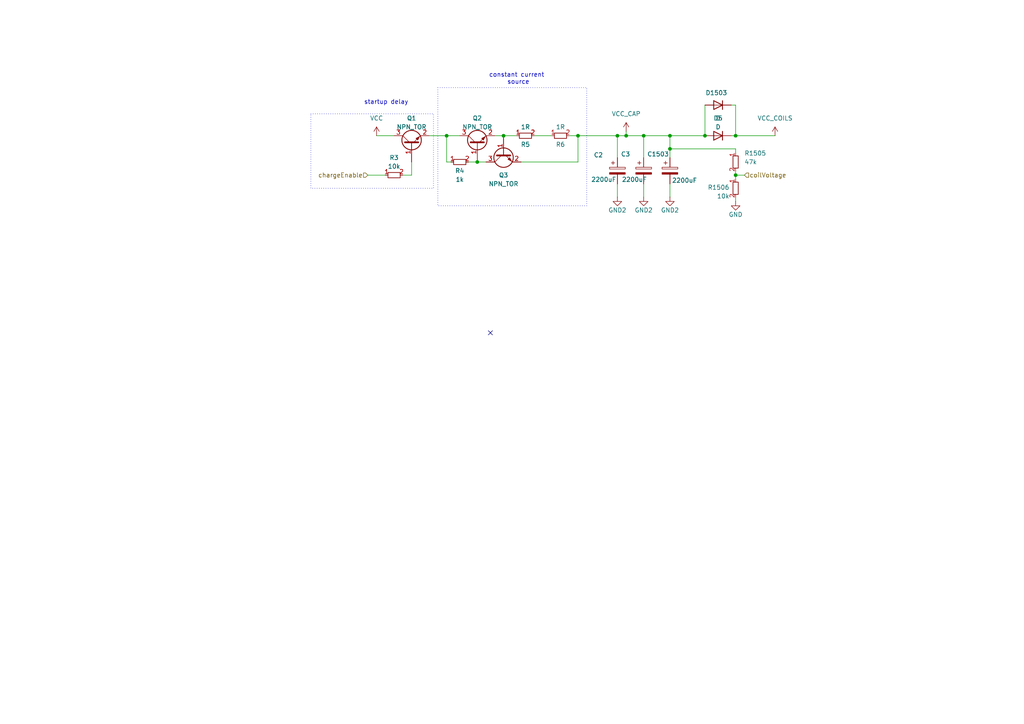
<source format=kicad_sch>
(kicad_sch (version 20231120) (generator "eeschema") (generator_version "8.0")
  (paper "A4")
  (lib_symbols
    (symbol "Device:C_Polarized" (pin_numbers hide) (pin_names (offset 0.254))
      (property "Reference" "C" (at 0.635 2.54 0))
      (property "Value" "C_Polarized" (at 0.635 -2.54 0))
      (symbol "C_Polarized_0_1"
        (rectangle (start -2.286 0.508) (end 2.286 1.016))
        (polyline (pts (xy -1.778 2.286) (xy -0.762 2.286)))
        (polyline (pts (xy -1.27 2.794) (xy -1.27 1.778)))
        (rectangle (start 2.286 -0.508) (end -2.286 -1.016) (fill (type outline)))
      )
      (symbol "C_Polarized_1_1"
        (pin passive line (at 0 3.81 270) (length 2.794) (name "~") (number "1"))
        (pin passive line (at 0 -3.81 90) (length 2.794) (name "~") (number "2"))
      )
    )
    (symbol "custom_kicad_lib_sk:NPN_TOR" (pin_names (offset 0) hide)
      (property "Reference" "Q" (at 5.08 1.905 0))
      (property "Value" "NPN_TOR" (at 5.08 0 0))
      (symbol "NPN_TOR_0_1"
        (polyline (pts (xy 0.635 0.635) (xy 2.54 2.54)))
        (polyline (pts (xy 0.635 -0.635) (xy 2.54 -2.54) (xy 2.54 -2.54)))
        (polyline (pts (xy 0.635 1.905) (xy 0.635 -1.905) (xy 0.635 -1.905)) (stroke (width 0.508)))
        (polyline (pts (xy 1.27 -1.778) (xy 1.778 -1.27) (xy 2.286 -2.286) (xy 1.27 -1.778) (xy 1.27 -1.778)) (fill (type outline)))
        (circle (center 1.27 0) (radius 2.8194) (stroke (width 0.254)))
      )
      (symbol "NPN_TOR_1_1"
        (pin input line (at -5.08 0 0) (length 5.715) (name "B") (number "1"))
        (pin passive line (at 2.54 -5.08 90) (length 2.54) (name "E") (number "2"))
        (pin passive line (at 2.54 5.08 270) (length 2.54) (name "C") (number "3"))
      )
    )
    (symbol "custom_kicad_lib_sk:SS54" (pin_numbers hide) (pin_names (offset 1.016) hide)
      (property "Reference" "D" (at 0 2.54 0))
      (property "Value" "D" (at 0 -1.27 0))
      (symbol "SS54_0_1"
        (polyline (pts (xy -1.27 2.54) (xy -1.27 0)) (stroke (width 0.254)))
        (polyline (pts (xy 1.27 1.27) (xy -1.27 1.27)))
        (polyline (pts (xy 1.27 2.54) (xy 1.27 0) (xy -1.27 1.27) (xy 1.27 2.54)) (stroke (width 0.254)))
      )
      (symbol "SS54_1_1"
        (pin passive line (at -3.81 1.27 0) (length 2.54) (name "K") (number "1"))
        (pin passive line (at 3.81 1.27 180) (length 2.54) (name "A") (number "2"))
      )
    )
    (symbol "power:GND" (power) (pin_numbers hide) (pin_names (offset 0) hide)
      (property "Value" "GND" (at 0 -3.81 0))
      (symbol "GND_0_1"
        (polyline (pts (xy 0 0) (xy 0 -1.27) (xy 1.27 -1.27) (xy 0 -2.54) (xy -1.27 -1.27) (xy 0 -1.27)))
      )
      (symbol "GND_1_1"
        (pin power_in line (at 0 0 270) (length 0) (name "~") (number "1"))
      )
    )
    (symbol "power:VCC" (power) (pin_numbers hide) (pin_names (offset 0) hide)
      (property "Value" "VCC" (at 0 3.556 0))
      (symbol "VCC_0_1"
        (polyline (pts (xy -0.762 1.27) (xy 0 2.54)))
        (polyline (pts (xy 0 0) (xy 0 2.54)))
        (polyline (pts (xy 0 2.54) (xy 0.762 1.27)))
      )
      (symbol "VCC_1_1"
        (pin power_in line (at 0 0 90) (length 0) (name "~") (number "1"))
      )
    )
    (symbol "resistors_0603:R_10k_0603"
      (property "Reference" "R" (at 1.27 2.54 0))
      (property "Value" "10k" (at 2.54 -2.54 0))
      (symbol "R_10k_0603_0_1"
        (rectangle (start -0.762 1.778) (end 0.762 -1.778) (stroke (width 0.2032)))
      )
      (symbol "R_10k_0603_1_1"
        (pin passive line (at 0 2.54 270) (length 0.762) (name "~") (number "1"))
        (pin passive line (at 0 -2.54 90) (length 0.762) (name "~") (number "2"))
      )
    )
    (symbol "resistors_0603:R_47k_0603"
      (property "Reference" "R" (at 1.27 2.54 0))
      (property "Value" "47k" (at 2.54 -2.54 0))
      (symbol "R_47k_0603_0_1"
        (rectangle (start -0.762 1.778) (end 0.762 -1.778) (stroke (width 0.2032)))
      )
      (symbol "R_47k_0603_1_1"
        (pin passive line (at 0 2.54 270) (length 0.762) (name "~") (number "1"))
        (pin passive line (at 0 -2.54 90) (length 0.762) (name "~") (number "2"))
      )
    )
    (symbol "resistors_0805:R_10k_0805"
      (property "Reference" "R" (at 1.27 2.54 0))
      (property "Value" "10k" (at 2.54 -2.54 0))
      (symbol "R_10k_0805_0_1"
        (rectangle (start -0.762 1.778) (end 0.762 -1.778) (stroke (width 0.2032)))
      )
      (symbol "R_10k_0805_1_1"
        (pin passive line (at 0 2.54 270) (length 0.762) (name "~") (number "1"))
        (pin passive line (at 0 -2.54 90) (length 0.762) (name "~") (number "2"))
      )
    )
    (symbol "resistors_0805:R_1k_0805"
      (property "Reference" "R" (at 1.27 2.54 0))
      (property "Value" "1k" (at 2.54 -2.54 0))
      (symbol "R_1k_0805_0_1"
        (rectangle (start -0.762 1.778) (end 0.762 -1.778) (stroke (width 0.2032)))
      )
      (symbol "R_1k_0805_1_1"
        (pin passive line (at 0 2.54 270) (length 0.762) (name "~") (number "1"))
        (pin passive line (at 0 -2.54 90) (length 0.762) (name "~") (number "2"))
      )
    )
  )
  (junction (at 181.61 39.37))
  (junction (at 194.31 39.37))
  (junction (at 213.36 50.8))
  (junction (at 213.36 39.37))
  (junction (at 179.07 39.37))
  (junction (at 129.54 39.37))
  (junction (at 186.69 39.37))
  (junction (at 138.43 46.99))
  (junction (at 167.64 39.37))
  (junction (at 204.47 39.37))
  (junction (at 194.31 43.18))
  (junction (at 146.05 39.37))
  (no_connect (at 142.24 96.52))
  (wire (pts (xy 194.31 43.18) (xy 194.31 45.72)))
  (wire (pts (xy 213.36 39.37) (xy 224.79 39.37)))
  (wire (pts (xy 167.64 46.99) (xy 167.64 39.37)))
  (wire (pts (xy 186.69 39.37) (xy 186.69 45.72)))
  (wire (pts (xy 181.61 39.37) (xy 186.69 39.37)))
  (wire (pts (xy 119.38 50.8) (xy 119.38 46.99)))
  (wire (pts (xy 213.36 57.15) (xy 213.36 58.42)))
  (wire (pts (xy 213.36 50.8) (xy 213.36 52.07)))
  (wire (pts (xy 213.36 50.8) (xy 215.9 50.8)))
  (wire (pts (xy 124.46 39.37) (xy 129.54 39.37)))
  (wire (pts (xy 135.89 46.99) (xy 138.43 46.99)))
  (wire (pts (xy 129.54 46.99) (xy 130.81 46.99)))
  (wire (pts (xy 143.51 39.37) (xy 146.05 39.37)))
  (wire (pts (xy 167.64 39.37) (xy 179.07 39.37)))
  (wire (pts (xy 204.47 30.48) (xy 204.47 39.37)))
  (wire (pts (xy 149.86 39.37) (xy 146.05 39.37)))
  (wire (pts (xy 129.54 39.37) (xy 133.35 39.37)))
  (wire (pts (xy 154.94 39.37) (xy 160.02 39.37)))
  (wire (pts (xy 138.43 46.99) (xy 140.97 46.99)))
  (wire (pts (xy 179.07 39.37) (xy 179.07 45.72)))
  (wire (pts (xy 213.36 43.18) (xy 213.36 44.45)))
  (wire (pts (xy 194.31 39.37) (xy 194.31 43.18)))
  (wire (pts (xy 213.36 39.37) (xy 212.09 39.37)))
  (wire (pts (xy 106.68 50.8) (xy 111.76 50.8)))
  (wire (pts (xy 213.36 49.53) (xy 213.36 50.8)))
  (wire (pts (xy 129.54 39.37) (xy 129.54 46.99)))
  (wire (pts (xy 194.31 39.37) (xy 186.69 39.37)))
  (wire (pts (xy 165.1 39.37) (xy 167.64 39.37)))
  (wire (pts (xy 194.31 43.18) (xy 213.36 43.18)))
  (wire (pts (xy 213.36 30.48) (xy 212.09 30.48)))
  (wire (pts (xy 213.36 30.48) (xy 213.36 39.37)))
  (wire (pts (xy 194.31 53.34) (xy 194.31 57.15)))
  (wire (pts (xy 179.07 53.34) (xy 179.07 57.15)))
  (wire (pts (xy 151.13 46.99) (xy 167.64 46.99)))
  (wire (pts (xy 181.61 38.1) (xy 181.61 39.37)))
  (wire (pts (xy 186.69 53.34) (xy 186.69 57.15)))
  (wire (pts (xy 109.22 39.37) (xy 114.3 39.37)))
  (wire (pts (xy 179.07 39.37) (xy 181.61 39.37)))
  (wire (pts (xy 194.31 39.37) (xy 204.47 39.37)))
  (wire (pts (xy 116.84 50.8) (xy 119.38 50.8)))
  (rectangle (start 90.17 33.02) (end 125.73 54.61) (stroke (width 0) (type dot)))
  (rectangle (start 127 25.4) (end 170.18 59.69) (stroke (width 0) (type dot)))
  (text "startup delay" (at 112.014 29.718 0) (effects (font (size 1.27 1.27))))
  (text "constant current\n source" (at 149.86 22.86 0) (effects (font (size 1.27 1.27))))
  (hierarchical_label "coilVoltage" (shape input) (at 215.9 50.8 0))
  (hierarchical_label "chargeEnable" (shape input) (at 106.68 50.8 180))
  (symbol (lib_id "resistors_0805:R_10k_0805") (at 114.3 50.8 90) (unit 1)
    (property "Reference" "R3" (at 114.3 45.72 90))
    (property "Value" "10k" (at 114.3 48.26 90))
    (property "Footprint" "custom_kicad_lib_sk:R_0805_handsolder-smalltext" (effects (hide yes)))
    (property "JLCPCB Part#" "C17414" (effects (hide yes)))
    (instances (project "OSSD_CDU" (path "" (reference "R3") (unit 1))) (project "OSSD-8A" (path "" (reference "R1501") (unit 1))))
  )
  (symbol (lib_id "custom_kicad_lib_sk:SS54") (at 208.28 31.75 0) (mirror y) (unit 1)
    (property "Reference" "D1503" (at 207.772 26.924 0))
    (property "Value" "D" (at 208.28 34.29 0))
    (property "Footprint" "Diode_SMD:D_SMA" (effects (hide yes)))
    (property "Description" "Diode" (effects (hide yes)))
    (property "Sim.Device" "D" (effects (hide yes)))
    (property "Sim.Pins" "1=K 2=A" (effects (hide yes)))
    (property "JLCPCB Part#" "C22452" (effects (hide yes)))
  )
  (symbol (lib_id "custom_kicad_lib_sk:NPN_TOR") (at 138.43 41.91 90) (unit 1)
    (property "Reference" "Q2" (at 138.43 34.29 90))
    (property "Value" "NPN_TOR" (at 138.43 36.83 90))
    (property "Footprint" "Package_TO_SOT_SMD:SOT-23" (effects (hide yes)))
    (property "Description" "0.6A Ic, 160V Vce, NPN Transistor, SOT-23" (effects (hide yes)))
    (property "JLCPCB Part#" "C2145" (effects (hide yes)))
    (instances (project "OSSD_CDU" (path "" (reference "Q2") (unit 1))) (project "OSSD-8A" (path "" (reference "Q1502") (unit 1))))
  )
  (symbol (lib_id "resistors_0805:R_10k_0805") (at 152.4 39.37 90) (unit 1)
    (property "Reference" "R5" (at 152.4 41.91 90))
    (property "Value" "1R" (at 152.4 36.83 90))
    (property "Footprint" "Resistor_SMD:R_1206_3216Metric" (effects (hide yes)))
    (property "JLCPCB Part#" "C17928" (effects (hide yes)))
    (instances (project "OSSD_CDU" (path "" (reference "R5") (unit 1))) (project "OSSD-8A" (path "" (reference "R1503") (unit 1))))
  )
  (symbol (lib_id "power:GND") (at 179.07 57.15 0) (unit 1)
    (property "Reference" "#PWR01506" (effects (hide yes)))
    (property "Value" "GND2" (at 179.07 60.96 0))
    (property "Description" "Power symbol creates a global label with name \"GND\" , ground" (effects (hide yes)))
  )
  (symbol (lib_id "custom_kicad_lib_sk:NPN_TOR") (at 146.05 44.45 90) (mirror x) (unit 1)
    (property "Reference" "Q3" (at 146.05 50.8 90))
    (property "Value" "NPN_TOR" (at 146.05 53.34 90))
    (property "Footprint" "Package_TO_SOT_SMD:SOT-23" (effects (hide yes)))
    (property "Description" "0.6A Ic, 160V Vce, NPN Transistor, SOT-23" (effects (hide yes)))
    (property "JLCPCB Part#" "C2145" (effects (hide yes)))
    (instances (project "OSSD_CDU" (path "" (reference "Q3") (unit 1))) (project "OSSD-8A" (path "" (reference "Q1503") (unit 1))))
  )
  (symbol (lib_id "power:GND") (at 194.31 57.15 0) (unit 1)
    (property "Reference" "#PWR01502" (effects (hide yes)))
    (property "Value" "GND2" (at 194.31 60.96 0))
    (property "Description" "Power symbol creates a global label with name \"GND\" , ground" (effects (hide yes)))
  )
  (symbol (lib_id "Device:C_Polarized") (at 194.31 49.53 0) (unit 1)
    (property "Reference" "C1503" (at 187.706 44.704 0) (effects (justify left)))
    (property "Value" "2200uF" (at 202.184 52.324 0) (effects (justify right)))
    (property "Footprint" "Capacitor_SMD:CP_Elec_18x17.5" (effects (hide yes)))
    (property "JLCPCB Part#" "C249505" (effects (hide yes)))
  )
  (symbol (lib_id "power:GND") (at 186.69 57.15 0) (unit 1)
    (property "Reference" "#PWR01505" (effects (hide yes)))
    (property "Value" "GND2" (at 186.69 60.96 0))
    (property "Description" "Power symbol creates a global label with name \"GND\" , ground" (effects (hide yes)))
  )
  (symbol (lib_id "power:GND") (at 213.36 58.42 0) (unit 1)
    (property "Reference" "#PWR01503" (effects (hide yes)))
    (property "Value" "GND" (at 213.36 62.23 0))
    (property "Description" "Power symbol creates a global label with name \"GND\" , ground" (effects (hide yes)))
  )
  (symbol (lib_id "resistors_0603:R_47k_0603") (at 213.36 46.99 0) (unit 1)
    (property "Reference" "R1505" (at 215.9 44.45 0) (effects (justify left)))
    (property "Value" "47k" (at 215.9 46.99 0) (effects (justify left)))
    (property "Footprint" "custom_kicad_lib_sk:R_0603_smalltext" (effects (hide yes)))
    (property "JLCPCB Part#" "C25819" (effects (hide yes)))
  )
  (symbol (lib_id "resistors_0805:R_10k_0805") (at 162.56 39.37 90) (unit 1)
    (property "Reference" "R6" (at 162.56 41.91 90))
    (property "Value" "1R" (at 162.56 36.83 90))
    (property "Footprint" "Resistor_SMD:R_1206_3216Metric" (effects (hide yes)))
    (property "JLCPCB Part#" "C17928" (effects (hide yes)))
    (instances (project "OSSD_CDU" (path "" (reference "R6") (unit 1))) (project "OSSD-8A" (path "" (reference "R1504") (unit 1))))
  )
  (symbol (lib_id "resistors_0805:R_1k_0805") (at 133.35 46.99 90) (unit 1)
    (property "Reference" "R4" (at 133.35 49.53 90))
    (property "Value" "1k" (at 133.35 52.07 90))
    (property "Footprint" "custom_kicad_lib_sk:R_0805_handsolder-smalltext" (effects (hide yes)))
    (property "JLCPCB Part#" "C17513" (effects (hide yes)))
    (instances (project "OSSD_CDU" (path "" (reference "R4") (unit 1))) (project "OSSD-8A" (path "" (reference "R1502") (unit 1))))
  )
  (symbol (lib_id "custom_kicad_lib_sk:SS54") (at 208.28 38.1 180) (unit 1)
    (property "Reference" "D5" (at 208.28 34.29 0))
    (property "Value" "D" (at 208.28 36.83 0))
    (property "Footprint" "Diode_SMD:D_SMA" (effects (hide yes)))
    (property "Description" "Diode" (effects (hide yes)))
    (property "Sim.Device" "D" (effects (hide yes)))
    (property "Sim.Pins" "1=K 2=A" (effects (hide yes)))
    (property "JLCPCB Part#" "C22452" (effects (hide yes)))
    (instances (project "OSSD_CDU" (path "" (reference "D5") (unit 1))) (project "OSSD-8A" (path "" (reference "D1501") (unit 1))))
  )
  (symbol (lib_id "resistors_0603:R_10k_0603") (at 213.36 54.61 0) (mirror y) (unit 1)
    (property "Reference" "R1506" (at 211.582 54.356 0) (effects (justify left)))
    (property "Value" "10k" (at 211.582 56.896 0) (effects (justify left)))
    (property "Footprint" "custom_kicad_lib_sk:R_0603_smalltext" (effects (hide yes)))
    (property "JLCPCB Part#" "C25804" (effects (hide yes)))
  )
  (symbol (lib_id "power:VCC") (at 109.22 39.37 0) (unit 1)
    (property "Reference" "#PWR01501" (effects (hide yes)))
    (property "Value" "VCC" (at 109.22 34.29 0))
    (property "Description" "Power symbol creates a global label with name \"VCC\"" (effects (hide yes)))
  )
  (symbol (lib_id "Device:C_Polarized") (at 186.69 49.53 0) (unit 1)
    (property "Reference" "C3" (at 180.086 44.704 0) (effects (justify left)))
    (property "Value" "2200uF" (at 180.34 52.07 0) (effects (justify left)))
    (property "Footprint" "Capacitor_SMD:CP_Elec_18x17.5" (effects (hide yes)))
    (property "JLCPCB Part#" "C249505" (effects (hide yes)))
    (instances (project "OSSD_CDU" (path "" (reference "C3") (unit 1))) (project "OSSD-8A" (path "" (reference "C1502") (unit 1))))
  )
  (symbol (lib_id "Device:C_Polarized") (at 179.07 49.53 0) (unit 1)
    (property "Reference" "C2" (at 172.212 44.958 0) (effects (justify left)))
    (property "Value" "2200uF" (at 171.45 52.07 0) (effects (justify left)))
    (property "Footprint" "Capacitor_SMD:CP_Elec_18x17.5" (effects (hide yes)))
    (property "JLCPCB Part#" "C249505" (effects (hide yes)))
    (instances (project "OSSD_CDU" (path "" (reference "C2") (unit 1))) (project "OSSD-8A" (path "" (reference "C1501") (unit 1))))
  )
  (symbol (lib_id "power:VCC") (at 181.61 38.1 0) (unit 1)
    (property "Reference" "#PWR01507" (effects (hide yes)))
    (property "Value" "VCC_CAP" (at 181.61 33.02 0))
    (property "Description" "Power symbol creates a global label with name \"VCC\"" (effects (hide yes)))
  )
  (symbol (lib_id "power:VCC") (at 224.79 39.37 0) (unit 1)
    (property "Reference" "#PWR01504" (effects (hide yes)))
    (property "Value" "VCC_COILS" (at 224.79 34.29 0))
    (property "Description" "Power symbol creates a global label with name \"VCC\"" (effects (hide yes)))
  )
  (symbol (lib_id "custom_kicad_lib_sk:NPN_TOR") (at 119.38 41.91 90) (unit 1)
    (property "Reference" "Q1" (at 119.38 34.29 90))
    (property "Value" "NPN_TOR" (at 119.38 36.83 90))
    (property "Footprint" "Package_TO_SOT_SMD:SOT-23" (effects (hide yes)))
    (property "Description" "0.6A Ic, 160V Vce, NPN Transistor, SOT-23" (effects (hide yes)))
    (property "JLCPCB Part#" "C2145" (effects (hide yes)))
    (instances (project "OSSD_CDU" (path "" (reference "Q1") (unit 1))) (project "OSSD-8A" (path "" (reference "Q1501") (unit 1))))
  )
)
</source>
